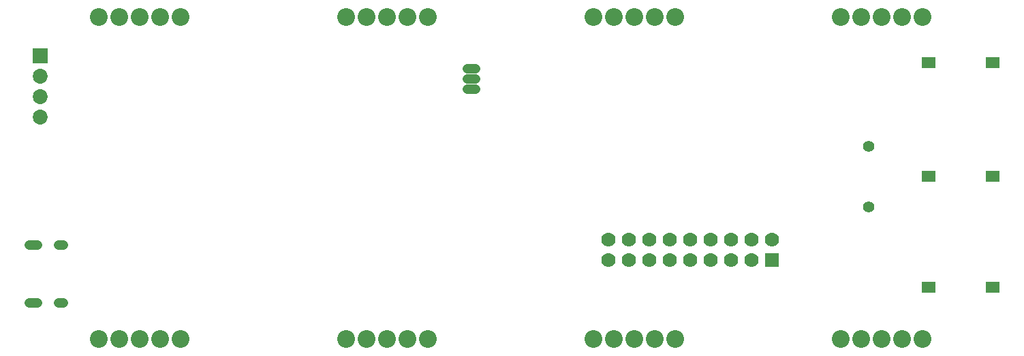
<source format=gbs>
G04 Layer: BottomSolderMaskLayer*
G04 EasyEDA v5.9.42, Fri, 19 Apr 2019 15:14:02 GMT*
G04 1b50a63325eb494884fe414bfed8a826*
G04 Gerber Generator version 0.2*
G04 Scale: 100 percent, Rotated: No, Reflected: No *
G04 Dimensions in inches *
G04 leading zeros omitted , absolute positions ,2 integer and 4 decimal *
%FSLAX24Y24*%
%MOIN*%
G90*
G70D02*

%ADD38C,0.047370*%
%ADD39R,0.073000X0.073000*%
%ADD40C,0.073000*%
%ADD41R,0.070000X0.070000*%
%ADD42C,0.070000*%
%ADD45C,0.055244*%
%ADD53C,0.086740*%
%ADD54R,0.067055X0.055240*%

%LPD*%
G54D38*
G01X2297Y5367D02*
G01X2060Y5367D01*
G01X2297Y2532D02*
G01X2060Y2532D01*
G01X1017Y2532D02*
G01X624Y2532D01*
G01X1017Y5367D02*
G01X624Y5367D01*
G01X22446Y14000D02*
G01X22053Y14000D01*
G01X22446Y13500D02*
G01X22053Y13500D01*
G01X22446Y13000D02*
G01X22053Y13000D01*
G54D54*
G01X47775Y8750D03*
G01X44625Y8750D03*
G54D39*
G01X1150Y14650D03*
G54D40*
G01X1150Y13650D03*
G01X1150Y12650D03*
G01X1150Y11650D03*
G54D54*
G01X47775Y14300D03*
G01X44625Y14300D03*
G01X47775Y3300D03*
G01X44625Y3300D03*
G54D41*
G01X36950Y4650D03*
G54D42*
G01X28950Y5650D03*
G01X28950Y4650D03*
G01X29950Y5650D03*
G01X29950Y4650D03*
G01X30950Y5650D03*
G01X30950Y4650D03*
G01X31950Y5650D03*
G01X31950Y4650D03*
G01X32950Y5650D03*
G01X32950Y4650D03*
G01X33950Y5650D03*
G01X33950Y4650D03*
G01X34950Y5650D03*
G01X34950Y4650D03*
G01X35950Y5650D03*
G01X35950Y4650D03*
G01X36950Y5650D03*
G54D45*
G01X41700Y7240D03*
G01X41700Y10190D03*
G54D53*
G01X4023Y786D03*
G01X5023Y786D03*
G01X6023Y786D03*
G01X7023Y786D03*
G01X8023Y786D03*
G01X8023Y16534D03*
G01X7023Y16534D03*
G01X6023Y16534D03*
G01X5023Y16534D03*
G01X4023Y16534D03*
G01X16123Y786D03*
G01X17123Y786D03*
G01X18123Y786D03*
G01X19123Y786D03*
G01X20123Y786D03*
G01X20123Y16534D03*
G01X19123Y16534D03*
G01X18123Y16534D03*
G01X17123Y16534D03*
G01X16123Y16534D03*
G01X28223Y786D03*
G01X29223Y786D03*
G01X30223Y786D03*
G01X31223Y786D03*
G01X32223Y786D03*
G01X32223Y16534D03*
G01X31223Y16534D03*
G01X30223Y16534D03*
G01X29223Y16534D03*
G01X28223Y16534D03*
G01X40323Y786D03*
G01X41323Y786D03*
G01X42323Y786D03*
G01X43323Y786D03*
G01X44323Y786D03*
G01X44323Y16534D03*
G01X43323Y16534D03*
G01X42323Y16534D03*
G01X41323Y16534D03*
G01X40323Y16534D03*
M00*
M02*

</source>
